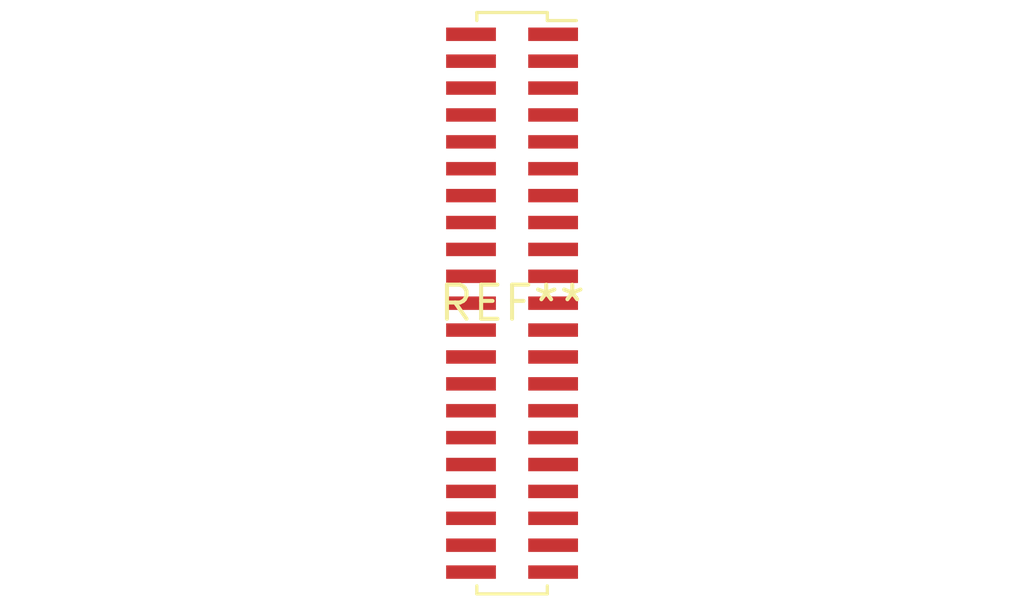
<source format=kicad_pcb>
(kicad_pcb (version 20240108) (generator pcbnew)
  (layers (0 "F.Cu" signal) (31 "B.Cu" signal) (34 "B.Paste" user) (35 "F.Paste" user) (36 "B.SilkS" user "B.Silkscreen") (37 "F.SilkS" user "F.Silkscreen") (38 "B.Mask" user) (39 "F.Mask" user) (44 "Edge.Cuts" user))
  (net 0 "")
  (footprint "PinSocket_2x21_P1.00mm_Vertical_SMD" (layer "F.Cu") (at 0 0)
    (property "Reference" "REF**")
    (property "Value" "PinSocket_2x21_P1.00mm_Vertical_SMD")
    (fp_line (start -1.31 -10.81) (end -1.31 -10.51) (layer "F.SilkS") (stroke (width 0.12)))
    (fp_line (start -1.31 -10.81) (end 1.31 -10.81) (layer "F.SilkS") (stroke (width 0.12)))
    (fp_line (start -1.31 10.51) (end -1.31 10.81) (layer "F.SilkS") (stroke (width 0.12)))
    (fp_line (start -1.31 10.81) (end 1.31 10.81) (layer "F.SilkS") (stroke (width 0.12)))
    (fp_line (start 1.31 -10.81) (end 1.31 -10.51) (layer "F.SilkS") (stroke (width 0.12)))
    (fp_line (start 1.31 -10.51) (end 2.39 -10.51) (layer "F.SilkS") (stroke (width 0.12)))
    (fp_line (start 1.31 10.51) (end 1.31 10.81) (layer "F.SilkS") (stroke (width 0.12)))
    (pad "1" smd rect (at 1.525 -10) (size 1.85 0.5) (layers "F.Cu" "F.Paste" "F.Mask"))
    (pad "2" smd rect (at -1.525 -10) (size 1.85 0.5) (layers "F.Cu" "F.Paste" "F.Mask"))
    (pad "3" smd rect (at 1.525 -9) (size 1.85 0.5) (layers "F.Cu" "F.Paste" "F.Mask"))
    (pad "4" smd rect (at -1.525 -9) (size 1.85 0.5) (layers "F.Cu" "F.Paste" "F.Mask"))
    (pad "5" smd rect (at 1.525 -8) (size 1.85 0.5) (layers "F.Cu" "F.Paste" "F.Mask"))
    (pad "6" smd rect (at -1.525 -8) (size 1.85 0.5) (layers "F.Cu" "F.Paste" "F.Mask"))
    (pad "7" smd rect (at 1.525 -7) (size 1.85 0.5) (layers "F.Cu" "F.Paste" "F.Mask"))
    (pad "8" smd rect (at -1.525 -7) (size 1.85 0.5) (layers "F.Cu" "F.Paste" "F.Mask"))
    (pad "9" smd rect (at 1.525 -6) (size 1.85 0.5) (layers "F.Cu" "F.Paste" "F.Mask"))
    (pad "10" smd rect (at -1.525 -6) (size 1.85 0.5) (layers "F.Cu" "F.Paste" "F.Mask"))
    (pad "11" smd rect (at 1.525 -5) (size 1.85 0.5) (layers "F.Cu" "F.Paste" "F.Mask"))
    (pad "12" smd rect (at -1.525 -5) (size 1.85 0.5) (layers "F.Cu" "F.Paste" "F.Mask"))
    (pad "13" smd rect (at 1.525 -4) (size 1.85 0.5) (layers "F.Cu" "F.Paste" "F.Mask"))
    (pad "14" smd rect (at -1.525 -4) (size 1.85 0.5) (layers "F.Cu" "F.Paste" "F.Mask"))
    (pad "15" smd rect (at 1.525 -3) (size 1.85 0.5) (layers "F.Cu" "F.Paste" "F.Mask"))
    (pad "16" smd rect (at -1.525 -3) (size 1.85 0.5) (layers "F.Cu" "F.Paste" "F.Mask"))
    (pad "17" smd rect (at 1.525 -2) (size 1.85 0.5) (layers "F.Cu" "F.Paste" "F.Mask"))
    (pad "18" smd rect (at -1.525 -2) (size 1.85 0.5) (layers "F.Cu" "F.Paste" "F.Mask"))
    (pad "19" smd rect (at 1.525 -1) (size 1.85 0.5) (layers "F.Cu" "F.Paste" "F.Mask"))
    (pad "20" smd rect (at -1.525 -1) (size 1.85 0.5) (layers "F.Cu" "F.Paste" "F.Mask"))
    (pad "21" smd rect (at 1.525 0) (size 1.85 0.5) (layers "F.Cu" "F.Paste" "F.Mask"))
    (pad "22" smd rect (at -1.525 0) (size 1.85 0.5) (layers "F.Cu" "F.Paste" "F.Mask"))
    (pad "23" smd rect (at 1.525 1) (size 1.85 0.5) (layers "F.Cu" "F.Paste" "F.Mask"))
    (pad "24" smd rect (at -1.525 1) (size 1.85 0.5) (layers "F.Cu" "F.Paste" "F.Mask"))
    (pad "25" smd rect (at 1.525 2) (size 1.85 0.5) (layers "F.Cu" "F.Paste" "F.Mask"))
    (pad "26" smd rect (at -1.525 2) (size 1.85 0.5) (layers "F.Cu" "F.Paste" "F.Mask"))
    (pad "27" smd rect (at 1.525 3) (size 1.85 0.5) (layers "F.Cu" "F.Paste" "F.Mask"))
    (pad "28" smd rect (at -1.525 3) (size 1.85 0.5) (layers "F.Cu" "F.Paste" "F.Mask"))
    (pad "29" smd rect (at 1.525 4) (size 1.85 0.5) (layers "F.Cu" "F.Paste" "F.Mask"))
    (pad "30" smd rect (at -1.525 4) (size 1.85 0.5) (layers "F.Cu" "F.Paste" "F.Mask"))
    (pad "31" smd rect (at 1.525 5) (size 1.85 0.5) (layers "F.Cu" "F.Paste" "F.Mask"))
    (pad "32" smd rect (at -1.525 5) (size 1.85 0.5) (layers "F.Cu" "F.Paste" "F.Mask"))
    (pad "33" smd rect (at 1.525 6) (size 1.85 0.5) (layers "F.Cu" "F.Paste" "F.Mask"))
    (pad "34" smd rect (at -1.525 6) (size 1.85 0.5) (layers "F.Cu" "F.Paste" "F.Mask"))
    (pad "35" smd rect (at 1.525 7) (size 1.85 0.5) (layers "F.Cu" "F.Paste" "F.Mask"))
    (pad "36" smd rect (at -1.525 7) (size 1.85 0.5) (layers "F.Cu" "F.Paste" "F.Mask"))
    (pad "37" smd rect (at 1.525 8) (size 1.85 0.5) (layers "F.Cu" "F.Paste" "F.Mask"))
    (pad "38" smd rect (at -1.525 8) (size 1.85 0.5) (layers "F.Cu" "F.Paste" "F.Mask"))
    (pad "39" smd rect (at 1.525 9) (size 1.85 0.5) (layers "F.Cu" "F.Paste" "F.Mask"))
    (pad "40" smd rect (at -1.525 9) (size 1.85 0.5) (layers "F.Cu" "F.Paste" "F.Mask"))
    (pad "41" smd rect (at 1.525 10) (size 1.85 0.5) (layers "F.Cu" "F.Paste" "F.Mask"))
    (pad "42" smd rect (at -1.525 10) (size 1.85 0.5) (layers "F.Cu" "F.Paste" "F.Mask"))
  )
)
</source>
